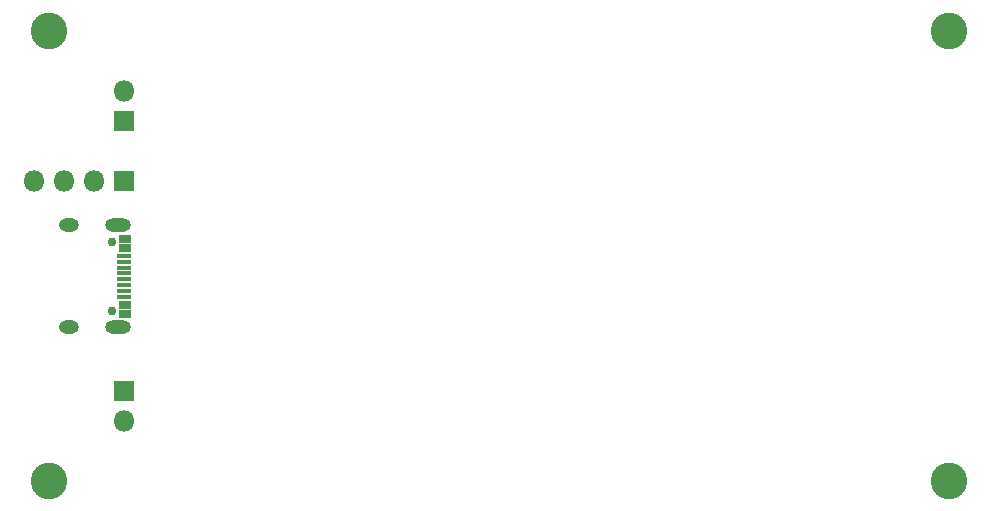
<source format=gbr>
G04 #@! TF.GenerationSoftware,KiCad,Pcbnew,(5.1.5)-3*
G04 #@! TF.CreationDate,2020-04-19T20:17:08-05:00*
G04 #@! TF.ProjectId,Activity_1,41637469-7669-4747-995f-312e6b696361,rev?*
G04 #@! TF.SameCoordinates,Original*
G04 #@! TF.FileFunction,Soldermask,Top*
G04 #@! TF.FilePolarity,Negative*
%FSLAX46Y46*%
G04 Gerber Fmt 4.6, Leading zero omitted, Abs format (unit mm)*
G04 Created by KiCad (PCBNEW (5.1.5)-3) date 2020-04-19 20:17:08*
%MOMM*%
%LPD*%
G04 APERTURE LIST*
%ADD10R,1.251600X0.401600*%
%ADD11R,0.991600X0.701600*%
%ADD12C,0.751600*%
%ADD13O,1.701600X1.101600*%
%ADD14O,2.201600X1.101600*%
%ADD15O,1.801600X1.801600*%
%ADD16R,1.801600X1.801600*%
%ADD17C,3.101600*%
G04 APERTURE END LIST*
D10*
X156150000Y-111780000D03*
D11*
X156280000Y-111130000D03*
D12*
X155175000Y-110640000D03*
D13*
X151525000Y-109210000D03*
X151525000Y-117850000D03*
D14*
X155675000Y-117850000D03*
D11*
X156280000Y-110330000D03*
D14*
X155675000Y-109210000D03*
D10*
X156150000Y-112280000D03*
X156150000Y-112780000D03*
X156150000Y-113280000D03*
X156150000Y-113780000D03*
X156150000Y-114280000D03*
X156150000Y-114780000D03*
X156150000Y-115280000D03*
D11*
X156280000Y-116730000D03*
X156280000Y-115930000D03*
D12*
X155175000Y-116420000D03*
D15*
X156210000Y-125730000D03*
D16*
X156210000Y-123190000D03*
D15*
X156210000Y-97790000D03*
D16*
X156210000Y-100330000D03*
D15*
X148590000Y-105410000D03*
X151130000Y-105410000D03*
X153670000Y-105410000D03*
D16*
X156210000Y-105410000D03*
D17*
X226060000Y-130810000D03*
X149860000Y-130810000D03*
X226060000Y-92710000D03*
X149860000Y-92710000D03*
M02*

</source>
